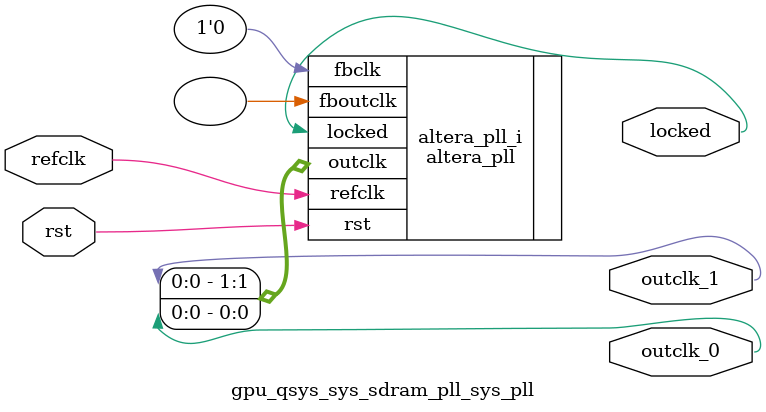
<source format=v>
`timescale 1ns/10ps
module  gpu_qsys_sys_sdram_pll_sys_pll(

	// interface 'refclk'
	input wire refclk,

	// interface 'reset'
	input wire rst,

	// interface 'outclk0'
	output wire outclk_0,

	// interface 'outclk1'
	output wire outclk_1,

	// interface 'locked'
	output wire locked
);

	altera_pll #(
		.fractional_vco_multiplier("false"),
		.reference_clock_frequency("50.0 MHz"),
		.operation_mode("direct"),
		.number_of_clocks(2),
		.output_clock_frequency0("600.000000 MHz"),
		.phase_shift0("0 ps"),
		.duty_cycle0(50),
		.output_clock_frequency1("600.000000 MHz"),
		.phase_shift1("-1666 ps"),
		.duty_cycle1(50),
		.output_clock_frequency2("0 MHz"),
		.phase_shift2("0 ps"),
		.duty_cycle2(50),
		.output_clock_frequency3("0 MHz"),
		.phase_shift3("0 ps"),
		.duty_cycle3(50),
		.output_clock_frequency4("0 MHz"),
		.phase_shift4("0 ps"),
		.duty_cycle4(50),
		.output_clock_frequency5("0 MHz"),
		.phase_shift5("0 ps"),
		.duty_cycle5(50),
		.output_clock_frequency6("0 MHz"),
		.phase_shift6("0 ps"),
		.duty_cycle6(50),
		.output_clock_frequency7("0 MHz"),
		.phase_shift7("0 ps"),
		.duty_cycle7(50),
		.output_clock_frequency8("0 MHz"),
		.phase_shift8("0 ps"),
		.duty_cycle8(50),
		.output_clock_frequency9("0 MHz"),
		.phase_shift9("0 ps"),
		.duty_cycle9(50),
		.output_clock_frequency10("0 MHz"),
		.phase_shift10("0 ps"),
		.duty_cycle10(50),
		.output_clock_frequency11("0 MHz"),
		.phase_shift11("0 ps"),
		.duty_cycle11(50),
		.output_clock_frequency12("0 MHz"),
		.phase_shift12("0 ps"),
		.duty_cycle12(50),
		.output_clock_frequency13("0 MHz"),
		.phase_shift13("0 ps"),
		.duty_cycle13(50),
		.output_clock_frequency14("0 MHz"),
		.phase_shift14("0 ps"),
		.duty_cycle14(50),
		.output_clock_frequency15("0 MHz"),
		.phase_shift15("0 ps"),
		.duty_cycle15(50),
		.output_clock_frequency16("0 MHz"),
		.phase_shift16("0 ps"),
		.duty_cycle16(50),
		.output_clock_frequency17("0 MHz"),
		.phase_shift17("0 ps"),
		.duty_cycle17(50),
		.pll_type("General"),
		.pll_subtype("General")
	) altera_pll_i (
		.rst	(rst),
		.outclk	({outclk_1, outclk_0}),
		.locked	(locked),
		.fboutclk	( ),
		.fbclk	(1'b0),
		.refclk	(refclk)
	);
endmodule


</source>
